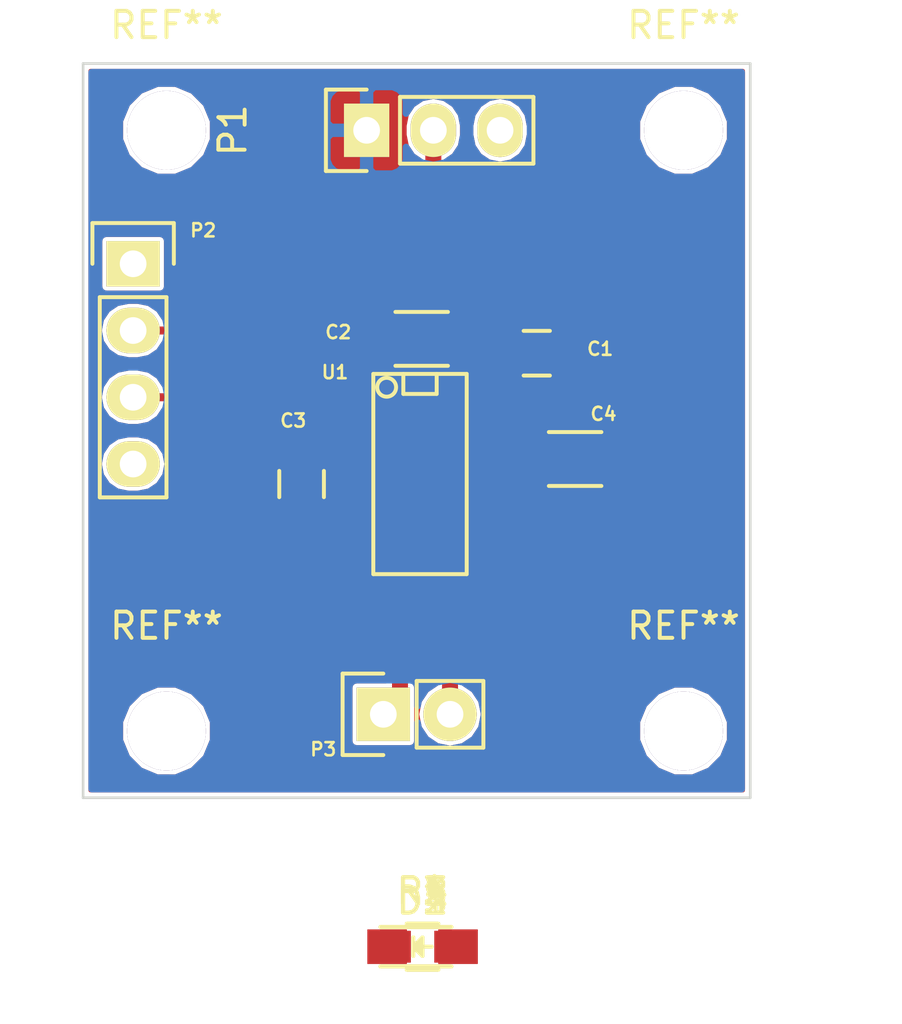
<source format=kicad_pcb>
(kicad_pcb (version 4) (host pcbnew 0.201509151501+6198~30~ubuntu14.04.1-product)

  (general
    (links 42)
    (no_connects 13)
    (area 155.270999 110.884499 173.341501 128.764501)
    (thickness 1.6)
    (drawings 4)
    (tracks 55)
    (zones 0)
    (modules 21)
    (nets 14)
  )

  (page A4)
  (layers
    (0 F.Cu signal)
    (31 B.Cu signal hide)
    (32 B.Adhes user)
    (33 F.Adhes user)
    (34 B.Paste user)
    (35 F.Paste user)
    (36 B.SilkS user)
    (37 F.SilkS user)
    (38 B.Mask user)
    (39 F.Mask user)
    (40 Dwgs.User user)
    (41 Cmts.User user)
    (42 Eco1.User user)
    (43 Eco2.User user)
    (44 Edge.Cuts user)
    (45 Margin user)
    (46 B.CrtYd user)
    (47 F.CrtYd user)
    (48 B.Fab user)
    (49 F.Fab user)
  )

  (setup
    (last_trace_width 0.3048)
    (user_trace_width 0.3048)
    (user_trace_width 0.6096)
    (trace_clearance 0.1524)
    (zone_clearance 0.1524)
    (zone_45_only no)
    (trace_min 0.1524)
    (segment_width 0.2)
    (edge_width 0.1)
    (via_size 0.6858)
    (via_drill 0.3302)
    (via_min_size 0.6858)
    (via_min_drill 0.3302)
    (uvia_size 0.3)
    (uvia_drill 0.1)
    (uvias_allowed no)
    (uvia_min_size 0)
    (uvia_min_drill 0)
    (pcb_text_width 0.3)
    (pcb_text_size 1.5 1.5)
    (mod_edge_width 0.15)
    (mod_text_size 0.5 0.5)
    (mod_text_width 0.1)
    (pad_size 1.5 1.5)
    (pad_drill 0.6)
    (pad_to_mask_clearance 0)
    (aux_axis_origin 0 0)
    (grid_origin 161.544 117.856)
    (visible_elements FFFEFF7F)
    (pcbplotparams
      (layerselection 0x010fc_80000001)
      (usegerberextensions false)
      (excludeedgelayer true)
      (linewidth 0.100000)
      (plotframeref false)
      (viasonmask false)
      (mode 1)
      (useauxorigin false)
      (hpglpennumber 1)
      (hpglpenspeed 20)
      (hpglpendiameter 15)
      (hpglpenoverlay 2)
      (psnegative false)
      (psa4output false)
      (plotreference true)
      (plotvalue false)
      (plotinvisibletext false)
      (padsonsilk false)
      (subtractmaskfromsilk true)
      (outputformat 1)
      (mirror false)
      (drillshape 0)
      (scaleselection 1)
      (outputdirectory Gerbers/))
  )

  (net 0 "")
  (net 1 GND)
  (net 2 /VCC)
  (net 3 /VM)
  (net 4 /PWM)
  (net 5 /IN2)
  (net 6 /IN1)
  (net 7 /STBY)
  (net 8 /O1)
  (net 9 /O2)
  (net 10 "Net-(D1-Pad1)")
  (net 11 "Net-(D2-Pad1)")
  (net 12 "Net-(D3-Pad1)")
  (net 13 "Net-(D4-Pad1)")

  (net_class Default "This is the default net class."
    (clearance 0.1524)
    (trace_width 0.1524)
    (via_dia 0.6858)
    (via_drill 0.3302)
    (uvia_dia 0.3)
    (uvia_drill 0.1)
    (add_net /IN1)
    (add_net /IN2)
    (add_net /O1)
    (add_net /O2)
    (add_net /PWM)
    (add_net /STBY)
    (add_net /VCC)
    (add_net /VM)
    (add_net GND)
    (add_net "Net-(D1-Pad1)")
    (add_net "Net-(D2-Pad1)")
    (add_net "Net-(D3-Pad1)")
    (add_net "Net-(D4-Pad1)")
  )

  (module Capacitors_SMD:C_1206 (layer F.Cu) (tedit 557CFA4E) (tstamp 557CF33C)
    (at 170.1165 120.2055)
    (descr "Capacitor SMD 1206, reflow soldering, AVX (see smccp.pdf)")
    (tags "capacitor 1206")
    (path /557CF9F1)
    (attr smd)
    (fp_text reference C4 (at 1.0795 -1.7145) (layer F.SilkS)
      (effects (font (size 0.5 0.5) (thickness 0.1)))
    )
    (fp_text value 10U (at 0 2.3) (layer F.Fab)
      (effects (font (size 0.5 0.5) (thickness 0.1)))
    )
    (fp_line (start -2.3 -1.15) (end 2.3 -1.15) (layer F.CrtYd) (width 0.05))
    (fp_line (start -2.3 1.15) (end 2.3 1.15) (layer F.CrtYd) (width 0.05))
    (fp_line (start -2.3 -1.15) (end -2.3 1.15) (layer F.CrtYd) (width 0.05))
    (fp_line (start 2.3 -1.15) (end 2.3 1.15) (layer F.CrtYd) (width 0.05))
    (fp_line (start 1 -1.025) (end -1 -1.025) (layer F.SilkS) (width 0.15))
    (fp_line (start -1 1.025) (end 1 1.025) (layer F.SilkS) (width 0.15))
    (pad 1 smd rect (at -1.5 0) (size 1 1.6) (layers F.Cu F.Paste F.Mask)
      (net 3 /VM))
    (pad 2 smd rect (at 1.5 0) (size 1 1.6) (layers F.Cu F.Paste F.Mask)
      (net 1 GND))
    (model Capacitors_SMD.3dshapes/C_1206.wrl
      (at (xyz 0 0 0))
      (scale (xyz 1 1 1))
      (rotate (xyz 0 0 0))
    )
  )

  (module Mounting_Holes:MountingHole_3mm (layer F.Cu) (tedit 0) (tstamp 56118A4A)
    (at 174.244 130.556)
    (descr "Mounting hole, Befestigungsbohrung, 3mm, No Annular, Kein Restring,")
    (tags "Mounting hole, Befestigungsbohrung, 3mm, No Annular, Kein Restring,")
    (fp_text reference REF** (at 0 -4.0005) (layer F.SilkS)
      (effects (font (size 1 1) (thickness 0.15)))
    )
    (fp_text value MountingHole_3mm (at 1.00076 5.00126) (layer F.Fab)
      (effects (font (size 1 1) (thickness 0.15)))
    )
    (fp_circle (center 0 0) (end 3 0) (layer Cmts.User) (width 0.381))
    (pad 1 thru_hole circle (at 0 0) (size 3 3) (drill 3) (layers))
  )

  (module Mounting_Holes:MountingHole_3mm (layer F.Cu) (tedit 0) (tstamp 56118A46)
    (at 154.559 130.556)
    (descr "Mounting hole, Befestigungsbohrung, 3mm, No Annular, Kein Restring,")
    (tags "Mounting hole, Befestigungsbohrung, 3mm, No Annular, Kein Restring,")
    (fp_text reference REF** (at 0 -4.0005) (layer F.SilkS)
      (effects (font (size 1 1) (thickness 0.15)))
    )
    (fp_text value MountingHole_3mm (at 1.00076 5.00126) (layer F.Fab)
      (effects (font (size 1 1) (thickness 0.15)))
    )
    (fp_circle (center 0 0) (end 3 0) (layer Cmts.User) (width 0.381))
    (pad 1 thru_hole circle (at 0 0) (size 3 3) (drill 3) (layers))
  )

  (module Mounting_Holes:MountingHole_3mm (layer F.Cu) (tedit 0) (tstamp 56118A42)
    (at 154.559 107.696)
    (descr "Mounting hole, Befestigungsbohrung, 3mm, No Annular, Kein Restring,")
    (tags "Mounting hole, Befestigungsbohrung, 3mm, No Annular, Kein Restring,")
    (fp_text reference REF** (at 0 -4.0005) (layer F.SilkS)
      (effects (font (size 1 1) (thickness 0.15)))
    )
    (fp_text value MountingHole_3mm (at 1.00076 5.00126) (layer F.Fab)
      (effects (font (size 1 1) (thickness 0.15)))
    )
    (fp_circle (center 0 0) (end 3 0) (layer Cmts.User) (width 0.381))
    (pad 1 thru_hole circle (at 0 0) (size 3 3) (drill 3) (layers))
  )

  (module Capacitors_SMD:C_0805 (layer F.Cu) (tedit 557CFA34) (tstamp 557CF32A)
    (at 168.656 116.1796)
    (descr "Capacitor SMD 0805, reflow soldering, AVX (see smccp.pdf)")
    (tags "capacitor 0805")
    (path /557CF5F2)
    (attr smd)
    (fp_text reference C1 (at 2.413 -0.1651) (layer F.SilkS)
      (effects (font (size 0.5 0.5) (thickness 0.1)))
    )
    (fp_text value .1U (at 0 2.1) (layer F.Fab)
      (effects (font (size 0.5 0.5) (thickness 0.1)))
    )
    (fp_line (start -1.8 -1) (end 1.8 -1) (layer F.CrtYd) (width 0.05))
    (fp_line (start -1.8 1) (end 1.8 1) (layer F.CrtYd) (width 0.05))
    (fp_line (start -1.8 -1) (end -1.8 1) (layer F.CrtYd) (width 0.05))
    (fp_line (start 1.8 -1) (end 1.8 1) (layer F.CrtYd) (width 0.05))
    (fp_line (start 0.5 -0.85) (end -0.5 -0.85) (layer F.SilkS) (width 0.15))
    (fp_line (start -0.5 0.85) (end 0.5 0.85) (layer F.SilkS) (width 0.15))
    (pad 1 smd rect (at -1 0) (size 1 1.25) (layers F.Cu F.Paste F.Mask)
      (net 2 /VCC))
    (pad 2 smd rect (at 1 0) (size 1 1.25) (layers F.Cu F.Paste F.Mask)
      (net 1 GND))
    (model Capacitors_SMD.3dshapes/C_0805.wrl
      (at (xyz 0 0 0))
      (scale (xyz 1 1 1))
      (rotate (xyz 0 0 0))
    )
  )

  (module Capacitors_SMD:C_1206 (layer F.Cu) (tedit 557CFA3F) (tstamp 557CF330)
    (at 164.2745 115.6335 180)
    (descr "Capacitor SMD 1206, reflow soldering, AVX (see smccp.pdf)")
    (tags "capacitor 1206")
    (path /557CF7F5)
    (attr smd)
    (fp_text reference C2 (at 3.175 0.254 180) (layer F.SilkS)
      (effects (font (size 0.5 0.5) (thickness 0.1)))
    )
    (fp_text value 10U (at 0 2.3 180) (layer F.Fab)
      (effects (font (size 0.5 0.5) (thickness 0.1)))
    )
    (fp_line (start -2.3 -1.15) (end 2.3 -1.15) (layer F.CrtYd) (width 0.05))
    (fp_line (start -2.3 1.15) (end 2.3 1.15) (layer F.CrtYd) (width 0.05))
    (fp_line (start -2.3 -1.15) (end -2.3 1.15) (layer F.CrtYd) (width 0.05))
    (fp_line (start 2.3 -1.15) (end 2.3 1.15) (layer F.CrtYd) (width 0.05))
    (fp_line (start 1 -1.025) (end -1 -1.025) (layer F.SilkS) (width 0.15))
    (fp_line (start -1 1.025) (end 1 1.025) (layer F.SilkS) (width 0.15))
    (pad 1 smd rect (at -1.5 0 180) (size 1 1.6) (layers F.Cu F.Paste F.Mask)
      (net 2 /VCC))
    (pad 2 smd rect (at 1.5 0 180) (size 1 1.6) (layers F.Cu F.Paste F.Mask)
      (net 1 GND))
    (model Capacitors_SMD.3dshapes/C_1206.wrl
      (at (xyz 0 0 0))
      (scale (xyz 1 1 1))
      (rotate (xyz 0 0 0))
    )
  )

  (module Capacitors_SMD:C_0805 (layer F.Cu) (tedit 557CFA55) (tstamp 557CF336)
    (at 159.7025 121.158 270)
    (descr "Capacitor SMD 0805, reflow soldering, AVX (see smccp.pdf)")
    (tags "capacitor 0805")
    (path /557CF9E5)
    (attr smd)
    (fp_text reference C3 (at -2.413 0.3175 360) (layer F.SilkS)
      (effects (font (size 0.5 0.5) (thickness 0.1)))
    )
    (fp_text value .1U (at 0 2.1 270) (layer F.Fab)
      (effects (font (size 0.5 0.5) (thickness 0.1)))
    )
    (fp_line (start -1.8 -1) (end 1.8 -1) (layer F.CrtYd) (width 0.05))
    (fp_line (start -1.8 1) (end 1.8 1) (layer F.CrtYd) (width 0.05))
    (fp_line (start -1.8 -1) (end -1.8 1) (layer F.CrtYd) (width 0.05))
    (fp_line (start 1.8 -1) (end 1.8 1) (layer F.CrtYd) (width 0.05))
    (fp_line (start 0.5 -0.85) (end -0.5 -0.85) (layer F.SilkS) (width 0.15))
    (fp_line (start -0.5 0.85) (end 0.5 0.85) (layer F.SilkS) (width 0.15))
    (pad 1 smd rect (at -1 0 270) (size 1 1.25) (layers F.Cu F.Paste F.Mask)
      (net 3 /VM))
    (pad 2 smd rect (at 1 0 270) (size 1 1.25) (layers F.Cu F.Paste F.Mask)
      (net 1 GND))
    (model Capacitors_SMD.3dshapes/C_0805.wrl
      (at (xyz 0 0 0))
      (scale (xyz 1 1 1))
      (rotate (xyz 0 0 0))
    )
  )

  (module Pin_Headers:Pin_Header_Straight_1x04 (layer F.Cu) (tedit 557CF843) (tstamp 557CF34A)
    (at 153.289 112.776)
    (descr "Through hole pin header")
    (tags "pin header")
    (path /557D04DF)
    (fp_text reference P2 (at 2.667 -1.27) (layer F.SilkS)
      (effects (font (size 0.5 0.5) (thickness 0.1)))
    )
    (fp_text value CONN_01X04 (at 0 -3.1) (layer F.Fab)
      (effects (font (size 0.5 0.5) (thickness 0.1)))
    )
    (fp_line (start -1.75 -1.75) (end -1.75 9.4) (layer F.CrtYd) (width 0.05))
    (fp_line (start 1.75 -1.75) (end 1.75 9.4) (layer F.CrtYd) (width 0.05))
    (fp_line (start -1.75 -1.75) (end 1.75 -1.75) (layer F.CrtYd) (width 0.05))
    (fp_line (start -1.75 9.4) (end 1.75 9.4) (layer F.CrtYd) (width 0.05))
    (fp_line (start -1.27 1.27) (end -1.27 8.89) (layer F.SilkS) (width 0.15))
    (fp_line (start 1.27 1.27) (end 1.27 8.89) (layer F.SilkS) (width 0.15))
    (fp_line (start 1.55 -1.55) (end 1.55 0) (layer F.SilkS) (width 0.15))
    (fp_line (start -1.27 8.89) (end 1.27 8.89) (layer F.SilkS) (width 0.15))
    (fp_line (start 1.27 1.27) (end -1.27 1.27) (layer F.SilkS) (width 0.15))
    (fp_line (start -1.55 0) (end -1.55 -1.55) (layer F.SilkS) (width 0.15))
    (fp_line (start -1.55 -1.55) (end 1.55 -1.55) (layer F.SilkS) (width 0.15))
    (pad 1 thru_hole rect (at 0 0) (size 2.032 1.7272) (drill 1.016) (layers *.Cu *.Mask F.SilkS)
      (net 4 /PWM))
    (pad 2 thru_hole oval (at 0 2.54) (size 2.032 1.7272) (drill 1.016) (layers *.Cu *.Mask F.SilkS)
      (net 5 /IN2))
    (pad 3 thru_hole oval (at 0 5.08) (size 2.032 1.7272) (drill 1.016) (layers *.Cu *.Mask F.SilkS)
      (net 6 /IN1))
    (pad 4 thru_hole oval (at 0 7.62) (size 2.032 1.7272) (drill 1.016) (layers *.Cu *.Mask F.SilkS)
      (net 7 /STBY))
    (model Pin_Headers.3dshapes/Pin_Header_Straight_1x04.wrl
      (at (xyz 0 -0.15 0))
      (scale (xyz 1 1 1))
      (rotate (xyz 0 0 90))
    )
  )

  (module Pin_Headers:Pin_Header_Straight_1x02 (layer F.Cu) (tedit 557CFA46) (tstamp 557CF350)
    (at 162.814 129.921 90)
    (descr "Through hole pin header")
    (tags "pin header")
    (path /557D0166)
    (fp_text reference P3 (at -1.3335 -2.286 180) (layer F.SilkS)
      (effects (font (size 0.5 0.5) (thickness 0.1)))
    )
    (fp_text value CONN_01X02 (at 0 -3.1 90) (layer F.Fab)
      (effects (font (size 0.5 0.5) (thickness 0.1)))
    )
    (fp_line (start 1.27 1.27) (end 1.27 3.81) (layer F.SilkS) (width 0.15))
    (fp_line (start 1.55 -1.55) (end 1.55 0) (layer F.SilkS) (width 0.15))
    (fp_line (start -1.75 -1.75) (end -1.75 4.3) (layer F.CrtYd) (width 0.05))
    (fp_line (start 1.75 -1.75) (end 1.75 4.3) (layer F.CrtYd) (width 0.05))
    (fp_line (start -1.75 -1.75) (end 1.75 -1.75) (layer F.CrtYd) (width 0.05))
    (fp_line (start -1.75 4.3) (end 1.75 4.3) (layer F.CrtYd) (width 0.05))
    (fp_line (start 1.27 1.27) (end -1.27 1.27) (layer F.SilkS) (width 0.15))
    (fp_line (start -1.55 0) (end -1.55 -1.55) (layer F.SilkS) (width 0.15))
    (fp_line (start -1.55 -1.55) (end 1.55 -1.55) (layer F.SilkS) (width 0.15))
    (fp_line (start -1.27 1.27) (end -1.27 3.81) (layer F.SilkS) (width 0.15))
    (fp_line (start -1.27 3.81) (end 1.27 3.81) (layer F.SilkS) (width 0.15))
    (pad 1 thru_hole rect (at 0 0 90) (size 2.032 2.032) (drill 1.016) (layers *.Cu *.Mask F.SilkS)
      (net 8 /O1))
    (pad 2 thru_hole oval (at 0 2.54 90) (size 2.032 2.032) (drill 1.016) (layers *.Cu *.Mask F.SilkS)
      (net 9 /O2))
    (model Pin_Headers.3dshapes/Pin_Header_Straight_1x02.wrl
      (at (xyz 0 -0.05 0))
      (scale (xyz 1 1 1))
      (rotate (xyz 0 0 90))
    )
  )

  (module SMD_Packages:SSOP-20 (layer F.Cu) (tedit 557CFA3B) (tstamp 557CF368)
    (at 164.211 120.777 270)
    (descr "SSOP 20 pins")
    (tags "CMS SSOP SMD")
    (path /557CF556)
    (attr smd)
    (fp_text reference U1 (at -3.8735 3.2385 360) (layer F.SilkS)
      (effects (font (size 0.5 0.5) (thickness 0.1)))
    )
    (fp_text value TB6593FNG (at 0 0.635 270) (layer F.Fab)
      (effects (font (size 0.5 0.5) (thickness 0.1)))
    )
    (fp_line (start 3.81 -1.778) (end -3.81 -1.778) (layer F.SilkS) (width 0.15))
    (fp_line (start -3.81 1.778) (end 3.81 1.778) (layer F.SilkS) (width 0.15))
    (fp_line (start 3.81 -1.778) (end 3.81 1.778) (layer F.SilkS) (width 0.15))
    (fp_line (start -3.81 1.778) (end -3.81 -1.778) (layer F.SilkS) (width 0.15))
    (fp_circle (center -3.302 1.27) (end -3.556 1.016) (layer F.SilkS) (width 0.15))
    (fp_line (start -3.81 -0.635) (end -3.048 -0.635) (layer F.SilkS) (width 0.15))
    (fp_line (start -3.048 -0.635) (end -3.048 0.635) (layer F.SilkS) (width 0.15))
    (fp_line (start -3.048 0.635) (end -3.81 0.635) (layer F.SilkS) (width 0.15))
    (pad 1 smd rect (at -2.921 2.667 270) (size 0.4064 1.27) (layers F.Cu F.Paste F.Mask)
      (net 1 GND))
    (pad 2 smd rect (at -2.286 2.667 270) (size 0.4064 1.27) (layers F.Cu F.Paste F.Mask)
      (net 4 /PWM))
    (pad 3 smd rect (at -1.6256 2.667 270) (size 0.4064 1.27) (layers F.Cu F.Paste F.Mask)
      (net 7 /STBY))
    (pad 4 smd rect (at -0.9652 2.667 270) (size 0.4064 1.27) (layers F.Cu F.Paste F.Mask)
      (net 3 /VM))
    (pad 5 smd rect (at -0.3302 2.667 270) (size 0.4064 1.27) (layers F.Cu F.Paste F.Mask)
      (net 3 /VM))
    (pad 6 smd rect (at 0.3302 2.667 270) (size 0.4064 1.27) (layers F.Cu F.Paste F.Mask)
      (net 8 /O1))
    (pad 7 smd rect (at 0.9906 2.667 270) (size 0.4064 1.27) (layers F.Cu F.Paste F.Mask)
      (net 8 /O1))
    (pad 8 smd rect (at 1.6256 2.667 270) (size 0.4064 1.27) (layers F.Cu F.Paste F.Mask)
      (net 1 GND))
    (pad 9 smd rect (at 2.286 2.667 270) (size 0.4064 1.27) (layers F.Cu F.Paste F.Mask)
      (net 1 GND))
    (pad 10 smd rect (at 2.921 2.667 270) (size 0.4064 1.27) (layers F.Cu F.Paste F.Mask)
      (net 1 GND))
    (pad 11 smd rect (at 2.921 -2.667 270) (size 0.4064 1.27) (layers F.Cu F.Paste F.Mask)
      (net 1 GND))
    (pad 12 smd rect (at 2.286 -2.667 270) (size 0.4064 1.27) (layers F.Cu F.Paste F.Mask)
      (net 1 GND))
    (pad 13 smd rect (at 1.6256 -2.667 270) (size 0.4064 1.27) (layers F.Cu F.Paste F.Mask)
      (net 1 GND))
    (pad 14 smd rect (at 0.9906 -2.667 270) (size 0.4064 1.27) (layers F.Cu F.Paste F.Mask)
      (net 9 /O2))
    (pad 15 smd rect (at 0.3302 -2.667 270) (size 0.4064 1.27) (layers F.Cu F.Paste F.Mask)
      (net 9 /O2))
    (pad 16 smd rect (at -0.3302 -2.667 270) (size 0.4064 1.27) (layers F.Cu F.Paste F.Mask)
      (net 3 /VM))
    (pad 17 smd rect (at -0.9652 -2.667 270) (size 0.4064 1.27) (layers F.Cu F.Paste F.Mask)
      (net 3 /VM))
    (pad 18 smd rect (at -1.6256 -2.667 270) (size 0.4064 1.27) (layers F.Cu F.Paste F.Mask)
      (net 6 /IN1))
    (pad 19 smd rect (at -2.286 -2.667 270) (size 0.4064 1.27) (layers F.Cu F.Paste F.Mask)
      (net 5 /IN2))
    (pad 20 smd rect (at -2.921 -2.667 270) (size 0.4064 1.27) (layers F.Cu F.Paste F.Mask)
      (net 2 /VCC))
    (model SMD_Packages.3dshapes/SSOP-20.wrl
      (at (xyz 0 0 0))
      (scale (xyz 0.255 0.33 0.3))
      (rotate (xyz 0 0 0))
    )
  )

  (module LEDs:LED-0805 (layer F.Cu) (tedit 55BDE1C2) (tstamp 561189CC)
    (at 164.30625 138.764501)
    (descr "LED 0805 smd package")
    (tags "LED 0805 SMD")
    (path /56119242)
    (attr smd)
    (fp_text reference D1 (at 0 -1.75) (layer F.SilkS)
      (effects (font (size 1 1) (thickness 0.15)))
    )
    (fp_text value LED (at 0 1.75) (layer F.Fab)
      (effects (font (size 1 1) (thickness 0.15)))
    )
    (fp_line (start -1.6 0.75) (end 1.1 0.75) (layer F.SilkS) (width 0.15))
    (fp_line (start -1.6 -0.75) (end 1.1 -0.75) (layer F.SilkS) (width 0.15))
    (fp_line (start -0.1 0.15) (end -0.1 -0.1) (layer F.SilkS) (width 0.15))
    (fp_line (start -0.1 -0.1) (end -0.25 0.05) (layer F.SilkS) (width 0.15))
    (fp_line (start -0.35 -0.35) (end -0.35 0.35) (layer F.SilkS) (width 0.15))
    (fp_line (start 0 0) (end 0.35 0) (layer F.SilkS) (width 0.15))
    (fp_line (start -0.35 0) (end 0 -0.35) (layer F.SilkS) (width 0.15))
    (fp_line (start 0 -0.35) (end 0 0.35) (layer F.SilkS) (width 0.15))
    (fp_line (start 0 0.35) (end -0.35 0) (layer F.SilkS) (width 0.15))
    (fp_line (start 1.9 -0.95) (end 1.9 0.95) (layer F.CrtYd) (width 0.05))
    (fp_line (start 1.9 0.95) (end -1.9 0.95) (layer F.CrtYd) (width 0.05))
    (fp_line (start -1.9 0.95) (end -1.9 -0.95) (layer F.CrtYd) (width 0.05))
    (fp_line (start -1.9 -0.95) (end 1.9 -0.95) (layer F.CrtYd) (width 0.05))
    (pad 2 smd rect (at 1.04902 0 180) (size 1.19888 1.19888) (layers F.Cu F.Paste F.Mask)
      (net 3 /VM))
    (pad 1 smd rect (at -1.04902 0 180) (size 1.19888 1.19888) (layers F.Cu F.Paste F.Mask)
      (net 10 "Net-(D1-Pad1)"))
    (model LEDs.3dshapes/LED-0805.wrl
      (at (xyz 0 0 0))
      (scale (xyz 1 1 1))
      (rotate (xyz 0 0 0))
    )
  )

  (module LEDs:LED-0805 (layer F.Cu) (tedit 55BDE1C2) (tstamp 561189D2)
    (at 164.30625 138.764501)
    (descr "LED 0805 smd package")
    (tags "LED 0805 SMD")
    (path /56119293)
    (attr smd)
    (fp_text reference D2 (at 0 -1.75) (layer F.SilkS)
      (effects (font (size 1 1) (thickness 0.15)))
    )
    (fp_text value LED (at 0 1.75) (layer F.Fab)
      (effects (font (size 1 1) (thickness 0.15)))
    )
    (fp_line (start -1.6 0.75) (end 1.1 0.75) (layer F.SilkS) (width 0.15))
    (fp_line (start -1.6 -0.75) (end 1.1 -0.75) (layer F.SilkS) (width 0.15))
    (fp_line (start -0.1 0.15) (end -0.1 -0.1) (layer F.SilkS) (width 0.15))
    (fp_line (start -0.1 -0.1) (end -0.25 0.05) (layer F.SilkS) (width 0.15))
    (fp_line (start -0.35 -0.35) (end -0.35 0.35) (layer F.SilkS) (width 0.15))
    (fp_line (start 0 0) (end 0.35 0) (layer F.SilkS) (width 0.15))
    (fp_line (start -0.35 0) (end 0 -0.35) (layer F.SilkS) (width 0.15))
    (fp_line (start 0 -0.35) (end 0 0.35) (layer F.SilkS) (width 0.15))
    (fp_line (start 0 0.35) (end -0.35 0) (layer F.SilkS) (width 0.15))
    (fp_line (start 1.9 -0.95) (end 1.9 0.95) (layer F.CrtYd) (width 0.05))
    (fp_line (start 1.9 0.95) (end -1.9 0.95) (layer F.CrtYd) (width 0.05))
    (fp_line (start -1.9 0.95) (end -1.9 -0.95) (layer F.CrtYd) (width 0.05))
    (fp_line (start -1.9 -0.95) (end 1.9 -0.95) (layer F.CrtYd) (width 0.05))
    (pad 2 smd rect (at 1.04902 0 180) (size 1.19888 1.19888) (layers F.Cu F.Paste F.Mask)
      (net 3 /VM))
    (pad 1 smd rect (at -1.04902 0 180) (size 1.19888 1.19888) (layers F.Cu F.Paste F.Mask)
      (net 11 "Net-(D2-Pad1)"))
    (model LEDs.3dshapes/LED-0805.wrl
      (at (xyz 0 0 0))
      (scale (xyz 1 1 1))
      (rotate (xyz 0 0 0))
    )
  )

  (module LEDs:LED-0805 (layer F.Cu) (tedit 55BDE1C2) (tstamp 561189D8)
    (at 164.30625 138.764501)
    (descr "LED 0805 smd package")
    (tags "LED 0805 SMD")
    (path /56119A84)
    (attr smd)
    (fp_text reference D3 (at 0 -1.75) (layer F.SilkS)
      (effects (font (size 1 1) (thickness 0.15)))
    )
    (fp_text value LED (at 0 1.75) (layer F.Fab)
      (effects (font (size 1 1) (thickness 0.15)))
    )
    (fp_line (start -1.6 0.75) (end 1.1 0.75) (layer F.SilkS) (width 0.15))
    (fp_line (start -1.6 -0.75) (end 1.1 -0.75) (layer F.SilkS) (width 0.15))
    (fp_line (start -0.1 0.15) (end -0.1 -0.1) (layer F.SilkS) (width 0.15))
    (fp_line (start -0.1 -0.1) (end -0.25 0.05) (layer F.SilkS) (width 0.15))
    (fp_line (start -0.35 -0.35) (end -0.35 0.35) (layer F.SilkS) (width 0.15))
    (fp_line (start 0 0) (end 0.35 0) (layer F.SilkS) (width 0.15))
    (fp_line (start -0.35 0) (end 0 -0.35) (layer F.SilkS) (width 0.15))
    (fp_line (start 0 -0.35) (end 0 0.35) (layer F.SilkS) (width 0.15))
    (fp_line (start 0 0.35) (end -0.35 0) (layer F.SilkS) (width 0.15))
    (fp_line (start 1.9 -0.95) (end 1.9 0.95) (layer F.CrtYd) (width 0.05))
    (fp_line (start 1.9 0.95) (end -1.9 0.95) (layer F.CrtYd) (width 0.05))
    (fp_line (start -1.9 0.95) (end -1.9 -0.95) (layer F.CrtYd) (width 0.05))
    (fp_line (start -1.9 -0.95) (end 1.9 -0.95) (layer F.CrtYd) (width 0.05))
    (pad 2 smd rect (at 1.04902 0 180) (size 1.19888 1.19888) (layers F.Cu F.Paste F.Mask)
      (net 6 /IN1))
    (pad 1 smd rect (at -1.04902 0 180) (size 1.19888 1.19888) (layers F.Cu F.Paste F.Mask)
      (net 12 "Net-(D3-Pad1)"))
    (model LEDs.3dshapes/LED-0805.wrl
      (at (xyz 0 0 0))
      (scale (xyz 1 1 1))
      (rotate (xyz 0 0 0))
    )
  )

  (module LEDs:LED-0805 (layer F.Cu) (tedit 55BDE1C2) (tstamp 561189DE)
    (at 164.30625 138.764501)
    (descr "LED 0805 smd package")
    (tags "LED 0805 SMD")
    (path /56119AF3)
    (attr smd)
    (fp_text reference D4 (at 0 -1.75) (layer F.SilkS)
      (effects (font (size 1 1) (thickness 0.15)))
    )
    (fp_text value LED (at 0 1.75) (layer F.Fab)
      (effects (font (size 1 1) (thickness 0.15)))
    )
    (fp_line (start -1.6 0.75) (end 1.1 0.75) (layer F.SilkS) (width 0.15))
    (fp_line (start -1.6 -0.75) (end 1.1 -0.75) (layer F.SilkS) (width 0.15))
    (fp_line (start -0.1 0.15) (end -0.1 -0.1) (layer F.SilkS) (width 0.15))
    (fp_line (start -0.1 -0.1) (end -0.25 0.05) (layer F.SilkS) (width 0.15))
    (fp_line (start -0.35 -0.35) (end -0.35 0.35) (layer F.SilkS) (width 0.15))
    (fp_line (start 0 0) (end 0.35 0) (layer F.SilkS) (width 0.15))
    (fp_line (start -0.35 0) (end 0 -0.35) (layer F.SilkS) (width 0.15))
    (fp_line (start 0 -0.35) (end 0 0.35) (layer F.SilkS) (width 0.15))
    (fp_line (start 0 0.35) (end -0.35 0) (layer F.SilkS) (width 0.15))
    (fp_line (start 1.9 -0.95) (end 1.9 0.95) (layer F.CrtYd) (width 0.05))
    (fp_line (start 1.9 0.95) (end -1.9 0.95) (layer F.CrtYd) (width 0.05))
    (fp_line (start -1.9 0.95) (end -1.9 -0.95) (layer F.CrtYd) (width 0.05))
    (fp_line (start -1.9 -0.95) (end 1.9 -0.95) (layer F.CrtYd) (width 0.05))
    (pad 2 smd rect (at 1.04902 0 180) (size 1.19888 1.19888) (layers F.Cu F.Paste F.Mask)
      (net 5 /IN2))
    (pad 1 smd rect (at -1.04902 0 180) (size 1.19888 1.19888) (layers F.Cu F.Paste F.Mask)
      (net 13 "Net-(D4-Pad1)"))
    (model LEDs.3dshapes/LED-0805.wrl
      (at (xyz 0 0 0))
      (scale (xyz 1 1 1))
      (rotate (xyz 0 0 0))
    )
  )

  (module Resistors_SMD:R_0805_HandSoldering (layer F.Cu) (tedit 54189DEE) (tstamp 561189E4)
    (at 164.30625 138.764501)
    (descr "Resistor SMD 0805, hand soldering")
    (tags "resistor 0805")
    (path /5611956C)
    (attr smd)
    (fp_text reference R1 (at 0 -2.1) (layer F.SilkS)
      (effects (font (size 1 1) (thickness 0.15)))
    )
    (fp_text value 1K (at 0 2.1) (layer F.Fab)
      (effects (font (size 1 1) (thickness 0.15)))
    )
    (fp_line (start -2.4 -1) (end 2.4 -1) (layer F.CrtYd) (width 0.05))
    (fp_line (start -2.4 1) (end 2.4 1) (layer F.CrtYd) (width 0.05))
    (fp_line (start -2.4 -1) (end -2.4 1) (layer F.CrtYd) (width 0.05))
    (fp_line (start 2.4 -1) (end 2.4 1) (layer F.CrtYd) (width 0.05))
    (fp_line (start 0.6 0.875) (end -0.6 0.875) (layer F.SilkS) (width 0.15))
    (fp_line (start -0.6 -0.875) (end 0.6 -0.875) (layer F.SilkS) (width 0.15))
    (pad 1 smd rect (at -1.35 0) (size 1.5 1.3) (layers F.Cu F.Paste F.Mask)
      (net 1 GND))
    (pad 2 smd rect (at 1.35 0) (size 1.5 1.3) (layers F.Cu F.Paste F.Mask)
      (net 10 "Net-(D1-Pad1)"))
    (model Resistors_SMD.3dshapes/R_0805_HandSoldering.wrl
      (at (xyz 0 0 0))
      (scale (xyz 1 1 1))
      (rotate (xyz 0 0 0))
    )
  )

  (module Resistors_SMD:R_0805_HandSoldering (layer F.Cu) (tedit 54189DEE) (tstamp 561189EA)
    (at 164.30625 138.764501)
    (descr "Resistor SMD 0805, hand soldering")
    (tags "resistor 0805")
    (path /56119778)
    (attr smd)
    (fp_text reference R2 (at 0 -2.1) (layer F.SilkS)
      (effects (font (size 1 1) (thickness 0.15)))
    )
    (fp_text value 1K (at 0 2.1) (layer F.Fab)
      (effects (font (size 1 1) (thickness 0.15)))
    )
    (fp_line (start -2.4 -1) (end 2.4 -1) (layer F.CrtYd) (width 0.05))
    (fp_line (start -2.4 1) (end 2.4 1) (layer F.CrtYd) (width 0.05))
    (fp_line (start -2.4 -1) (end -2.4 1) (layer F.CrtYd) (width 0.05))
    (fp_line (start 2.4 -1) (end 2.4 1) (layer F.CrtYd) (width 0.05))
    (fp_line (start 0.6 0.875) (end -0.6 0.875) (layer F.SilkS) (width 0.15))
    (fp_line (start -0.6 -0.875) (end 0.6 -0.875) (layer F.SilkS) (width 0.15))
    (pad 1 smd rect (at -1.35 0) (size 1.5 1.3) (layers F.Cu F.Paste F.Mask)
      (net 1 GND))
    (pad 2 smd rect (at 1.35 0) (size 1.5 1.3) (layers F.Cu F.Paste F.Mask)
      (net 11 "Net-(D2-Pad1)"))
    (model Resistors_SMD.3dshapes/R_0805_HandSoldering.wrl
      (at (xyz 0 0 0))
      (scale (xyz 1 1 1))
      (rotate (xyz 0 0 0))
    )
  )

  (module Resistors_SMD:R_0805_HandSoldering (layer F.Cu) (tedit 54189DEE) (tstamp 561189F0)
    (at 164.30625 138.764501)
    (descr "Resistor SMD 0805, hand soldering")
    (tags "resistor 0805")
    (path /56119A8B)
    (attr smd)
    (fp_text reference R3 (at 0 -2.1) (layer F.SilkS)
      (effects (font (size 1 1) (thickness 0.15)))
    )
    (fp_text value 1K (at 0 2.1) (layer F.Fab)
      (effects (font (size 1 1) (thickness 0.15)))
    )
    (fp_line (start -2.4 -1) (end 2.4 -1) (layer F.CrtYd) (width 0.05))
    (fp_line (start -2.4 1) (end 2.4 1) (layer F.CrtYd) (width 0.05))
    (fp_line (start -2.4 -1) (end -2.4 1) (layer F.CrtYd) (width 0.05))
    (fp_line (start 2.4 -1) (end 2.4 1) (layer F.CrtYd) (width 0.05))
    (fp_line (start 0.6 0.875) (end -0.6 0.875) (layer F.SilkS) (width 0.15))
    (fp_line (start -0.6 -0.875) (end 0.6 -0.875) (layer F.SilkS) (width 0.15))
    (pad 1 smd rect (at -1.35 0) (size 1.5 1.3) (layers F.Cu F.Paste F.Mask)
      (net 1 GND))
    (pad 2 smd rect (at 1.35 0) (size 1.5 1.3) (layers F.Cu F.Paste F.Mask)
      (net 12 "Net-(D3-Pad1)"))
    (model Resistors_SMD.3dshapes/R_0805_HandSoldering.wrl
      (at (xyz 0 0 0))
      (scale (xyz 1 1 1))
      (rotate (xyz 0 0 0))
    )
  )

  (module Resistors_SMD:R_0805_HandSoldering (layer F.Cu) (tedit 54189DEE) (tstamp 561189F6)
    (at 164.30625 138.764501)
    (descr "Resistor SMD 0805, hand soldering")
    (tags "resistor 0805")
    (path /56119AFA)
    (attr smd)
    (fp_text reference R4 (at 0 -2.1) (layer F.SilkS)
      (effects (font (size 1 1) (thickness 0.15)))
    )
    (fp_text value 1K (at 0 2.1) (layer F.Fab)
      (effects (font (size 1 1) (thickness 0.15)))
    )
    (fp_line (start -2.4 -1) (end 2.4 -1) (layer F.CrtYd) (width 0.05))
    (fp_line (start -2.4 1) (end 2.4 1) (layer F.CrtYd) (width 0.05))
    (fp_line (start -2.4 -1) (end -2.4 1) (layer F.CrtYd) (width 0.05))
    (fp_line (start 2.4 -1) (end 2.4 1) (layer F.CrtYd) (width 0.05))
    (fp_line (start 0.6 0.875) (end -0.6 0.875) (layer F.SilkS) (width 0.15))
    (fp_line (start -0.6 -0.875) (end 0.6 -0.875) (layer F.SilkS) (width 0.15))
    (pad 1 smd rect (at -1.35 0) (size 1.5 1.3) (layers F.Cu F.Paste F.Mask)
      (net 1 GND))
    (pad 2 smd rect (at 1.35 0) (size 1.5 1.3) (layers F.Cu F.Paste F.Mask)
      (net 13 "Net-(D4-Pad1)"))
    (model Resistors_SMD.3dshapes/R_0805_HandSoldering.wrl
      (at (xyz 0 0 0))
      (scale (xyz 1 1 1))
      (rotate (xyz 0 0 0))
    )
  )

  (module Resistors_SMD:R_0805_HandSoldering (layer F.Cu) (tedit 54189DEE) (tstamp 561189FC)
    (at 164.30625 138.764501)
    (descr "Resistor SMD 0805, hand soldering")
    (tags "resistor 0805")
    (path /56118B07)
    (attr smd)
    (fp_text reference R5 (at 0 -2.1) (layer F.SilkS)
      (effects (font (size 1 1) (thickness 0.15)))
    )
    (fp_text value 0 (at 0 2.1) (layer F.Fab)
      (effects (font (size 1 1) (thickness 0.15)))
    )
    (fp_line (start -2.4 -1) (end 2.4 -1) (layer F.CrtYd) (width 0.05))
    (fp_line (start -2.4 1) (end 2.4 1) (layer F.CrtYd) (width 0.05))
    (fp_line (start -2.4 -1) (end -2.4 1) (layer F.CrtYd) (width 0.05))
    (fp_line (start 2.4 -1) (end 2.4 1) (layer F.CrtYd) (width 0.05))
    (fp_line (start 0.6 0.875) (end -0.6 0.875) (layer F.SilkS) (width 0.15))
    (fp_line (start -0.6 -0.875) (end 0.6 -0.875) (layer F.SilkS) (width 0.15))
    (pad 1 smd rect (at -1.35 0) (size 1.5 1.3) (layers F.Cu F.Paste F.Mask)
      (net 3 /VM))
    (pad 2 smd rect (at 1.35 0) (size 1.5 1.3) (layers F.Cu F.Paste F.Mask)
      (net 2 /VCC))
    (model Resistors_SMD.3dshapes/R_0805_HandSoldering.wrl
      (at (xyz 0 0 0))
      (scale (xyz 1 1 1))
      (rotate (xyz 0 0 0))
    )
  )

  (module Pin_Headers:Pin_Header_Straight_1x03 (layer F.Cu) (tedit 0) (tstamp 56118A3B)
    (at 162.179 107.696 90)
    (descr "Through hole pin header")
    (tags "pin header")
    (path /56118A1D)
    (fp_text reference P1 (at 0 -5.1 90) (layer F.SilkS)
      (effects (font (size 1 1) (thickness 0.15)))
    )
    (fp_text value CONN_01X03 (at 0 -3.1 90) (layer F.Fab)
      (effects (font (size 1 1) (thickness 0.15)))
    )
    (fp_line (start -1.75 -1.75) (end -1.75 6.85) (layer F.CrtYd) (width 0.05))
    (fp_line (start 1.75 -1.75) (end 1.75 6.85) (layer F.CrtYd) (width 0.05))
    (fp_line (start -1.75 -1.75) (end 1.75 -1.75) (layer F.CrtYd) (width 0.05))
    (fp_line (start -1.75 6.85) (end 1.75 6.85) (layer F.CrtYd) (width 0.05))
    (fp_line (start -1.27 1.27) (end -1.27 6.35) (layer F.SilkS) (width 0.15))
    (fp_line (start -1.27 6.35) (end 1.27 6.35) (layer F.SilkS) (width 0.15))
    (fp_line (start 1.27 6.35) (end 1.27 1.27) (layer F.SilkS) (width 0.15))
    (fp_line (start 1.55 -1.55) (end 1.55 0) (layer F.SilkS) (width 0.15))
    (fp_line (start 1.27 1.27) (end -1.27 1.27) (layer F.SilkS) (width 0.15))
    (fp_line (start -1.55 0) (end -1.55 -1.55) (layer F.SilkS) (width 0.15))
    (fp_line (start -1.55 -1.55) (end 1.55 -1.55) (layer F.SilkS) (width 0.15))
    (pad 1 thru_hole rect (at 0 0 90) (size 2.032 1.7272) (drill 1.016) (layers *.Cu *.Mask F.SilkS)
      (net 1 GND))
    (pad 2 thru_hole oval (at 0 2.54 90) (size 2.032 1.7272) (drill 1.016) (layers *.Cu *.Mask F.SilkS)
      (net 2 /VCC))
    (pad 3 thru_hole oval (at 0 5.08 90) (size 2.032 1.7272) (drill 1.016) (layers *.Cu *.Mask F.SilkS)
      (net 3 /VM))
    (model Pin_Headers.3dshapes/Pin_Header_Straight_1x03.wrl
      (at (xyz 0 -0.1 0))
      (scale (xyz 1 1 1))
      (rotate (xyz 0 0 90))
    )
  )

  (module Mounting_Holes:MountingHole_3mm (layer F.Cu) (tedit 0) (tstamp 56118A40)
    (at 174.244 107.696)
    (descr "Mounting hole, Befestigungsbohrung, 3mm, No Annular, Kein Restring,")
    (tags "Mounting hole, Befestigungsbohrung, 3mm, No Annular, Kein Restring,")
    (fp_text reference REF** (at 0 -4.0005) (layer F.SilkS)
      (effects (font (size 1 1) (thickness 0.15)))
    )
    (fp_text value MountingHole_3mm (at 1.00076 5.00126) (layer F.Fab)
      (effects (font (size 1 1) (thickness 0.15)))
    )
    (fp_circle (center 0 0) (end 3 0) (layer Cmts.User) (width 0.381))
    (pad 1 thru_hole circle (at 0 0) (size 3 3) (drill 3) (layers))
  )

  (gr_line (start 151.384 133.096) (end 176.784 133.096) (layer Edge.Cuts) (width 0.1))
  (gr_line (start 151.384 105.156) (end 151.384 133.096) (layer Edge.Cuts) (width 0.1))
  (gr_line (start 176.784 105.156) (end 151.384 105.156) (layer Edge.Cuts) (width 0.1))
  (gr_line (start 176.784 133.096) (end 176.784 105.156) (layer Edge.Cuts) (width 0.1))

  (segment (start 166.878 117.856) (end 167.894 117.856) (width 0.3048) (layer F.Cu) (net 2))
  (segment (start 168.3004 116.1796) (end 167.656 116.1796) (width 0.3048) (layer F.Cu) (net 2) (tstamp 56118BC5))
  (segment (start 168.529 115.951) (end 168.3004 116.1796) (width 0.3048) (layer F.Cu) (net 2) (tstamp 56118BC4))
  (segment (start 168.529 117.221) (end 168.529 115.951) (width 0.3048) (layer F.Cu) (net 2) (tstamp 56118BC3))
  (segment (start 167.894 117.856) (end 168.529 117.221) (width 0.3048) (layer F.Cu) (net 2) (tstamp 56118BC2))
  (segment (start 166.878 117.856) (end 166.878 116.1796) (width 0.3048) (layer F.Cu) (net 2))
  (segment (start 166.624 115.951) (end 166.624 116.1796) (width 0.3048) (layer F.Cu) (net 2) (tstamp 56118BBF))
  (segment (start 166.6494 115.951) (end 166.624 115.951) (width 0.3048) (layer F.Cu) (net 2) (tstamp 56118BBE))
  (segment (start 166.878 116.1796) (end 166.6494 115.951) (width 0.3048) (layer F.Cu) (net 2) (tstamp 56118BBD))
  (segment (start 166.878 117.856) (end 165.989 117.856) (width 0.3048) (layer F.Cu) (net 2))
  (segment (start 165.7745 117.6415) (end 165.7745 115.6335) (width 0.3048) (layer F.Cu) (net 2) (tstamp 56118BBA))
  (segment (start 165.989 117.856) (end 165.7745 117.6415) (width 0.3048) (layer F.Cu) (net 2) (tstamp 56118BB7))
  (segment (start 167.656 116.1796) (end 166.624 116.1796) (width 0.6096) (layer F.Cu) (net 2))
  (segment (start 166.624 116.1796) (end 166.3206 116.1796) (width 0.6096) (layer F.Cu) (net 2) (tstamp 56118BC0))
  (segment (start 166.3206 116.1796) (end 165.7745 115.6335) (width 0.6096) (layer F.Cu) (net 2) (tstamp 56118B58))
  (segment (start 164.719 107.696) (end 164.719 112.141) (width 0.6096) (layer F.Cu) (net 2))
  (segment (start 165.7745 113.1965) (end 165.7745 115.6335) (width 0.6096) (layer F.Cu) (net 2) (tstamp 56118B55))
  (segment (start 164.719 112.141) (end 165.7745 113.1965) (width 0.6096) (layer F.Cu) (net 2) (tstamp 56118B54))
  (segment (start 161.544 120.4468) (end 159.9913 120.4468) (width 0.3048) (layer F.Cu) (net 3))
  (segment (start 159.9913 120.4468) (end 159.7025 120.158) (width 0.3048) (layer F.Cu) (net 3) (tstamp 56118C0C))
  (segment (start 161.544 119.8118) (end 160.0487 119.8118) (width 0.3048) (layer F.Cu) (net 3))
  (segment (start 160.0487 119.8118) (end 159.7025 120.158) (width 0.3048) (layer F.Cu) (net 3) (tstamp 56118C09))
  (segment (start 166.878 119.8118) (end 161.544 119.8118) (width 0.3048) (layer F.Cu) (net 3))
  (segment (start 166.878 120.4468) (end 161.544 120.4468) (width 0.3048) (layer F.Cu) (net 3))
  (segment (start 166.878 119.8118) (end 168.2228 119.8118) (width 0.3048) (layer F.Cu) (net 3))
  (segment (start 168.2228 119.8118) (end 168.6165 120.2055) (width 0.3048) (layer F.Cu) (net 3) (tstamp 56118BFC))
  (segment (start 168.6165 120.2055) (end 168.0845 120.2055) (width 0.3048) (layer F.Cu) (net 3))
  (segment (start 167.8432 120.4468) (end 166.878 120.4468) (width 0.3048) (layer F.Cu) (net 3) (tstamp 56118BF8))
  (segment (start 168.0845 120.2055) (end 167.8432 120.4468) (width 0.3048) (layer F.Cu) (net 3) (tstamp 56118BF7))
  (segment (start 153.289 115.316) (end 155.829 115.316) (width 0.3048) (layer F.Cu) (net 5) (status 400000))
  (segment (start 165.354 118.491) (end 166.878 118.491) (width 0.3048) (layer F.Cu) (net 5) (tstamp 56118C9D) (status 800000))
  (segment (start 164.719 117.856) (end 165.354 118.491) (width 0.3048) (layer F.Cu) (net 5) (tstamp 56118C9C))
  (segment (start 164.719 114.046) (end 164.719 117.856) (width 0.3048) (layer F.Cu) (net 5) (tstamp 56118C99))
  (segment (start 164.084 113.411) (end 164.719 114.046) (width 0.3048) (layer F.Cu) (net 5) (tstamp 56118C97))
  (segment (start 157.734 113.411) (end 164.084 113.411) (width 0.3048) (layer F.Cu) (net 5) (tstamp 56118C94))
  (segment (start 155.829 115.316) (end 157.734 113.411) (width 0.3048) (layer F.Cu) (net 5) (tstamp 56118C91))
  (segment (start 153.289 117.856) (end 154.559 117.856) (width 0.3048) (layer F.Cu) (net 6) (status 400000))
  (segment (start 164.7444 119.1514) (end 166.878 119.1514) (width 0.3048) (layer F.Cu) (net 6) (tstamp 56118C8D) (status 800000))
  (segment (start 164.084 118.491) (end 164.7444 119.1514) (width 0.3048) (layer F.Cu) (net 6) (tstamp 56118C8C))
  (segment (start 164.084 114.681) (end 164.084 118.491) (width 0.3048) (layer F.Cu) (net 6) (tstamp 56118C8B))
  (segment (start 163.449 114.046) (end 164.084 114.681) (width 0.3048) (layer F.Cu) (net 6) (tstamp 56118C8A))
  (segment (start 158.369 114.046) (end 163.449 114.046) (width 0.3048) (layer F.Cu) (net 6) (tstamp 56118C86))
  (segment (start 154.559 117.856) (end 158.369 114.046) (width 0.3048) (layer F.Cu) (net 6) (tstamp 56118C84))
  (segment (start 161.544 121.1072) (end 162.2552 121.1072) (width 0.3048) (layer F.Cu) (net 8))
  (segment (start 162.2552 121.1072) (end 162.9156 121.7676) (width 0.3048) (layer F.Cu) (net 8) (tstamp 56118C24))
  (segment (start 161.544 121.7676) (end 162.9156 121.7676) (width 0.3048) (layer F.Cu) (net 8))
  (segment (start 163.449 122.301) (end 163.449 129.286) (width 0.6096) (layer F.Cu) (net 8) (tstamp 56118C15))
  (segment (start 162.9156 121.7676) (end 163.449 122.301) (width 0.6096) (layer F.Cu) (net 8) (tstamp 56118C10))
  (segment (start 163.449 129.286) (end 162.814 129.921) (width 0.6096) (layer F.Cu) (net 8) (tstamp 56118C1A))
  (segment (start 166.878 121.1072) (end 165.9128 121.1072) (width 0.3048) (layer F.Cu) (net 9))
  (segment (start 165.354 121.666) (end 165.354 122.301) (width 0.3048) (layer F.Cu) (net 9) (tstamp 56118C47))
  (segment (start 165.9128 121.1072) (end 165.354 121.666) (width 0.3048) (layer F.Cu) (net 9) (tstamp 56118C45))
  (segment (start 166.878 121.7676) (end 165.8874 121.7676) (width 0.3048) (layer F.Cu) (net 9))
  (segment (start 165.354 122.301) (end 165.354 129.921) (width 0.6096) (layer F.Cu) (net 9) (tstamp 56118C40))
  (segment (start 165.8874 121.7676) (end 165.354 122.301) (width 0.6096) (layer F.Cu) (net 9) (tstamp 56118C3D))

  (zone (net 1) (net_name GND) (layer F.Cu) (tstamp 557CF6C9) (hatch edge 0.508)
    (connect_pads yes (clearance 0.1524))
    (min_thickness 0.1524)
    (fill yes (arc_segments 16) (thermal_gap 0.508) (thermal_bridge_width 0.508))
    (polygon
      (pts
        (xy 176.784 133.096) (xy 151.384 133.096) (xy 151.384 105.156) (xy 176.784 105.156)
      )
    )
    (filled_polygon
      (pts
        (xy 176.5054 132.8174) (xy 151.6626 132.8174) (xy 151.6626 130.898331) (xy 152.830101 130.898331) (xy 153.09271 131.533894)
        (xy 153.578548 132.020581) (xy 154.213652 132.284299) (xy 154.901331 132.284899) (xy 155.536894 132.02229) (xy 156.023581 131.536452)
        (xy 156.287299 130.901348) (xy 156.287899 130.213669) (xy 156.02529 129.578106) (xy 155.539452 129.091419) (xy 154.904348 128.827701)
        (xy 154.216669 128.827101) (xy 153.581106 129.08971) (xy 153.094419 129.575548) (xy 152.830701 130.210652) (xy 152.830101 130.898331)
        (xy 151.6626 130.898331) (xy 151.6626 120.396) (xy 152.020017 120.396) (xy 152.103156 120.813967) (xy 152.339915 121.168302)
        (xy 152.69425 121.405061) (xy 153.112217 121.4882) (xy 153.465783 121.4882) (xy 153.88375 121.405061) (xy 154.238085 121.168302)
        (xy 154.474844 120.813967) (xy 154.557983 120.396) (xy 154.474844 119.978033) (xy 154.238085 119.623698) (xy 153.88375 119.386939)
        (xy 153.465783 119.3038) (xy 153.112217 119.3038) (xy 152.69425 119.386939) (xy 152.339915 119.623698) (xy 152.103156 119.978033)
        (xy 152.020017 120.396) (xy 151.6626 120.396) (xy 151.6626 115.316) (xy 152.020017 115.316) (xy 152.103156 115.733967)
        (xy 152.339915 116.088302) (xy 152.69425 116.325061) (xy 153.112217 116.4082) (xy 153.465783 116.4082) (xy 153.88375 116.325061)
        (xy 154.238085 116.088302) (xy 154.474844 115.733967) (xy 154.482197 115.697) (xy 155.829 115.697) (xy 155.974803 115.667998)
        (xy 156.098408 115.585408) (xy 157.891816 113.792) (xy 158.084185 113.792) (xy 154.460147 117.416037) (xy 154.238085 117.083698)
        (xy 153.88375 116.846939) (xy 153.465783 116.7638) (xy 153.112217 116.7638) (xy 152.69425 116.846939) (xy 152.339915 117.083698)
        (xy 152.103156 117.438033) (xy 152.020017 117.856) (xy 152.103156 118.273967) (xy 152.339915 118.628302) (xy 152.69425 118.865061)
        (xy 153.112217 118.9482) (xy 153.465783 118.9482) (xy 153.88375 118.865061) (xy 154.238085 118.628302) (xy 154.474844 118.273967)
        (xy 154.482197 118.237) (xy 154.559 118.237) (xy 154.704803 118.207998) (xy 154.828408 118.125408) (xy 158.526815 114.427)
        (xy 163.291184 114.427) (xy 163.703 114.838815) (xy 163.703 118.491) (xy 163.732002 118.636803) (xy 163.814592 118.760408)
        (xy 164.47499 119.420805) (xy 164.474992 119.420808) (xy 164.489946 119.4308) (xy 162.396647 119.4308) (xy 162.412078 119.3546)
        (xy 162.412078 118.9482) (xy 162.396138 118.863486) (xy 162.368913 118.821178) (xy 162.393715 118.78488) (xy 162.412078 118.6942)
        (xy 162.412078 118.2878) (xy 162.396138 118.203086) (xy 162.346072 118.125282) (xy 162.26968 118.073085) (xy 162.179 118.054722)
        (xy 160.909 118.054722) (xy 160.824286 118.070662) (xy 160.746482 118.120728) (xy 160.694285 118.19712) (xy 160.675922 118.2878)
        (xy 160.675922 118.6942) (xy 160.691862 118.778914) (xy 160.719087 118.821222) (xy 160.694285 118.85752) (xy 160.675922 118.9482)
        (xy 160.675922 119.3546) (xy 160.69026 119.4308) (xy 160.356527 119.4308) (xy 160.3275 119.424922) (xy 159.0775 119.424922)
        (xy 158.992786 119.440862) (xy 158.914982 119.490928) (xy 158.862785 119.56732) (xy 158.844422 119.658) (xy 158.844422 120.658)
        (xy 158.860362 120.742714) (xy 158.910428 120.820518) (xy 158.98682 120.872715) (xy 159.0775 120.891078) (xy 160.3275 120.891078)
        (xy 160.412214 120.875138) (xy 160.485779 120.8278) (xy 160.691353 120.8278) (xy 160.675922 120.904) (xy 160.675922 121.3104)
        (xy 160.691862 121.395114) (xy 160.719087 121.437422) (xy 160.694285 121.47372) (xy 160.675922 121.5644) (xy 160.675922 121.9708)
        (xy 160.691862 122.055514) (xy 160.741928 122.133318) (xy 160.81832 122.185515) (xy 160.909 122.203878) (xy 162.179 122.203878)
        (xy 162.263714 122.187938) (xy 162.324846 122.1486) (xy 162.542258 122.1486) (xy 162.9156 122.521941) (xy 162.9156 128.671922)
        (xy 161.798 128.671922) (xy 161.713286 128.687862) (xy 161.635482 128.737928) (xy 161.583285 128.81432) (xy 161.564922 128.905)
        (xy 161.564922 130.937) (xy 161.580862 131.021714) (xy 161.630928 131.099518) (xy 161.70732 131.151715) (xy 161.798 131.170078)
        (xy 163.83 131.170078) (xy 163.914714 131.154138) (xy 163.992518 131.104072) (xy 164.044715 131.02768) (xy 164.063078 130.937)
        (xy 164.063078 128.905) (xy 164.047138 128.820286) (xy 163.997072 128.742482) (xy 163.9824 128.732457) (xy 163.9824 122.301005)
        (xy 163.982401 122.301) (xy 163.941797 122.096877) (xy 163.914159 122.055514) (xy 163.826171 121.923829) (xy 163.826168 121.923827)
        (xy 163.292771 121.390429) (xy 163.119723 121.274803) (xy 162.92236 121.235545) (xy 162.524608 120.837792) (xy 162.509654 120.8278)
        (xy 165.658346 120.8278) (xy 165.643392 120.837792) (xy 165.64339 120.837795) (xy 165.084592 121.396592) (xy 165.002002 121.520197)
        (xy 164.981792 121.621798) (xy 164.973 121.666) (xy 164.973 121.92956) (xy 164.861203 122.096877) (xy 164.8206 122.301)
        (xy 164.8206 128.784918) (xy 164.473935 129.016552) (xy 164.20414 129.420329) (xy 164.1094 129.896617) (xy 164.1094 129.945383)
        (xy 164.20414 130.421671) (xy 164.473935 130.825448) (xy 164.877712 131.095243) (xy 165.354 131.189983) (xy 165.830288 131.095243)
        (xy 166.124987 130.898331) (xy 172.515101 130.898331) (xy 172.77771 131.533894) (xy 173.263548 132.020581) (xy 173.898652 132.284299)
        (xy 174.586331 132.284899) (xy 175.221894 132.02229) (xy 175.708581 131.536452) (xy 175.972299 130.901348) (xy 175.972899 130.213669)
        (xy 175.71029 129.578106) (xy 175.224452 129.091419) (xy 174.589348 128.827701) (xy 173.901669 128.827101) (xy 173.266106 129.08971)
        (xy 172.779419 129.575548) (xy 172.515701 130.210652) (xy 172.515101 130.898331) (xy 166.124987 130.898331) (xy 166.234065 130.825448)
        (xy 166.50386 130.421671) (xy 166.5986 129.945383) (xy 166.5986 129.896617) (xy 166.50386 129.420329) (xy 166.234065 129.016552)
        (xy 165.8874 128.784918) (xy 165.8874 122.521942) (xy 166.211784 122.197557) (xy 166.243 122.203878) (xy 167.513 122.203878)
        (xy 167.597714 122.187938) (xy 167.675518 122.137872) (xy 167.727715 122.06148) (xy 167.746078 121.9708) (xy 167.746078 121.5644)
        (xy 167.730138 121.479686) (xy 167.702913 121.437378) (xy 167.727715 121.40108) (xy 167.746078 121.3104) (xy 167.746078 120.904)
        (xy 167.73174 120.8278) (xy 167.8432 120.8278) (xy 167.883422 120.819799) (xy 167.883422 121.0055) (xy 167.899362 121.090214)
        (xy 167.949428 121.168018) (xy 168.02582 121.220215) (xy 168.1165 121.238578) (xy 169.1165 121.238578) (xy 169.201214 121.222638)
        (xy 169.279018 121.172572) (xy 169.331215 121.09618) (xy 169.349578 121.0055) (xy 169.349578 119.4055) (xy 169.333638 119.320786)
        (xy 169.283572 119.242982) (xy 169.20718 119.190785) (xy 169.1165 119.172422) (xy 168.1165 119.172422) (xy 168.031786 119.188362)
        (xy 167.953982 119.238428) (xy 167.901785 119.31482) (xy 167.883422 119.4055) (xy 167.883422 119.4308) (xy 167.730647 119.4308)
        (xy 167.746078 119.3546) (xy 167.746078 118.9482) (xy 167.730138 118.863486) (xy 167.702913 118.821178) (xy 167.727715 118.78488)
        (xy 167.746078 118.6942) (xy 167.746078 118.2878) (xy 167.736519 118.237) (xy 167.894 118.237) (xy 168.039803 118.207998)
        (xy 168.163408 118.125408) (xy 168.798405 117.49041) (xy 168.798408 117.490408) (xy 168.880998 117.366802) (xy 168.910001 117.221)
        (xy 168.91 117.220995) (xy 168.91 115.951) (xy 168.880998 115.805198) (xy 168.798408 115.681592) (xy 168.674802 115.599002)
        (xy 168.529 115.57) (xy 168.389078 115.597832) (xy 168.389078 115.5546) (xy 168.373138 115.469886) (xy 168.323072 115.392082)
        (xy 168.24668 115.339885) (xy 168.156 115.321522) (xy 167.156 115.321522) (xy 167.071286 115.337462) (xy 166.993482 115.387528)
        (xy 166.941285 115.46392) (xy 166.922922 115.5546) (xy 166.922922 115.6462) (xy 166.86584 115.6462) (xy 166.795203 115.599002)
        (xy 166.6494 115.57) (xy 166.624 115.57) (xy 166.507578 115.593158) (xy 166.507578 114.8335) (xy 166.491638 114.748786)
        (xy 166.441572 114.670982) (xy 166.36518 114.618785) (xy 166.3079 114.607186) (xy 166.3079 113.1965) (xy 166.267297 112.992377)
        (xy 166.267297 112.992376) (xy 166.220984 112.923063) (xy 166.151671 112.819329) (xy 166.151668 112.819327) (xy 165.2524 111.920058)
        (xy 165.2524 108.804714) (xy 165.491302 108.645085) (xy 165.728061 108.29075) (xy 165.8112 107.872783) (xy 165.8112 107.519217)
        (xy 166.1668 107.519217) (xy 166.1668 107.872783) (xy 166.249939 108.29075) (xy 166.486698 108.645085) (xy 166.841033 108.881844)
        (xy 167.259 108.964983) (xy 167.676967 108.881844) (xy 168.031302 108.645085) (xy 168.268061 108.29075) (xy 168.31827 108.038331)
        (xy 172.515101 108.038331) (xy 172.77771 108.673894) (xy 173.263548 109.160581) (xy 173.898652 109.424299) (xy 174.586331 109.424899)
        (xy 175.221894 109.16229) (xy 175.708581 108.676452) (xy 175.972299 108.041348) (xy 175.972899 107.353669) (xy 175.71029 106.718106)
        (xy 175.224452 106.231419) (xy 174.589348 105.967701) (xy 173.901669 105.967101) (xy 173.266106 106.22971) (xy 172.779419 106.715548)
        (xy 172.515701 107.350652) (xy 172.515101 108.038331) (xy 168.31827 108.038331) (xy 168.3512 107.872783) (xy 168.3512 107.519217)
        (xy 168.268061 107.10125) (xy 168.031302 106.746915) (xy 167.676967 106.510156) (xy 167.259 106.427017) (xy 166.841033 106.510156)
        (xy 166.486698 106.746915) (xy 166.249939 107.10125) (xy 166.1668 107.519217) (xy 165.8112 107.519217) (xy 165.728061 107.10125)
        (xy 165.491302 106.746915) (xy 165.136967 106.510156) (xy 164.719 106.427017) (xy 164.301033 106.510156) (xy 163.946698 106.746915)
        (xy 163.709939 107.10125) (xy 163.6268 107.519217) (xy 163.6268 107.872783) (xy 163.709939 108.29075) (xy 163.946698 108.645085)
        (xy 164.1856 108.804714) (xy 164.1856 112.141) (xy 164.226203 112.345123) (xy 164.341829 112.518171) (xy 165.2411 113.417441)
        (xy 165.2411 114.606707) (xy 165.189786 114.616362) (xy 165.111982 114.666428) (xy 165.1 114.683964) (xy 165.1 114.046005)
        (xy 165.100001 114.046) (xy 165.070998 113.900198) (xy 165.04034 113.854315) (xy 164.988408 113.776592) (xy 164.988405 113.77659)
        (xy 164.353408 113.141592) (xy 164.229803 113.059002) (xy 164.084 113.03) (xy 157.734005 113.03) (xy 157.734 113.029999)
        (xy 157.588198 113.059002) (xy 157.464592 113.141592) (xy 155.671184 114.935) (xy 154.482197 114.935) (xy 154.474844 114.898033)
        (xy 154.238085 114.543698) (xy 153.88375 114.306939) (xy 153.465783 114.2238) (xy 153.112217 114.2238) (xy 152.69425 114.306939)
        (xy 152.339915 114.543698) (xy 152.103156 114.898033) (xy 152.020017 115.316) (xy 151.6626 115.316) (xy 151.6626 111.9124)
        (xy 152.039922 111.9124) (xy 152.039922 113.6396) (xy 152.055862 113.724314) (xy 152.105928 113.802118) (xy 152.18232 113.854315)
        (xy 152.273 113.872678) (xy 154.305 113.872678) (xy 154.389714 113.856738) (xy 154.467518 113.806672) (xy 154.519715 113.73028)
        (xy 154.538078 113.6396) (xy 154.538078 111.9124) (xy 154.522138 111.827686) (xy 154.472072 111.749882) (xy 154.39568 111.697685)
        (xy 154.305 111.679322) (xy 152.273 111.679322) (xy 152.188286 111.695262) (xy 152.110482 111.745328) (xy 152.058285 111.82172)
        (xy 152.039922 111.9124) (xy 151.6626 111.9124) (xy 151.6626 108.038331) (xy 152.830101 108.038331) (xy 153.09271 108.673894)
        (xy 153.578548 109.160581) (xy 154.213652 109.424299) (xy 154.901331 109.424899) (xy 155.536894 109.16229) (xy 156.023581 108.676452)
        (xy 156.287299 108.041348) (xy 156.287899 107.353669) (xy 156.02529 106.718106) (xy 155.539452 106.231419) (xy 154.904348 105.967701)
        (xy 154.216669 105.967101) (xy 153.581106 106.22971) (xy 153.094419 106.715548) (xy 152.830701 107.350652) (xy 152.830101 108.038331)
        (xy 151.6626 108.038331) (xy 151.6626 105.4346) (xy 176.5054 105.4346)
      )
    )
  )
  (zone (net 1) (net_name GND) (layer B.Cu) (tstamp 0) (hatch edge 0.508)
    (connect_pads (clearance 0.1524))
    (min_thickness 0.254)
    (fill yes (arc_segments 16) (thermal_gap 0.508) (thermal_bridge_width 0.508))
    (polygon
      (pts
        (xy 176.784 105.156) (xy 176.784 133.096) (xy 151.384 133.096) (xy 151.384 105.156)
      )
    )
    (filled_polygon
      (pts
        (xy 176.4546 132.7666) (xy 151.7134 132.7666) (xy 151.7134 130.908392) (xy 152.779291 130.908392) (xy 153.049618 131.562633)
        (xy 153.549735 132.063623) (xy 154.203503 132.335091) (xy 154.911392 132.335709) (xy 155.565633 132.065382) (xy 156.066623 131.565265)
        (xy 156.338091 130.911497) (xy 156.338709 130.203608) (xy 156.068382 129.549367) (xy 155.568265 129.048377) (xy 155.222975 128.905)
        (xy 161.513127 128.905) (xy 161.513127 130.937) (xy 161.532609 131.040539) (xy 161.593801 131.135634) (xy 161.687168 131.199429)
        (xy 161.798 131.221873) (xy 163.83 131.221873) (xy 163.933539 131.202391) (xy 164.028634 131.141199) (xy 164.092429 131.047832)
        (xy 164.114873 130.937) (xy 164.114873 130.229283) (xy 164.157206 130.442106) (xy 164.438014 130.862364) (xy 164.858272 131.143172)
        (xy 165.354 131.241778) (xy 165.849728 131.143172) (xy 166.2011 130.908392) (xy 172.464291 130.908392) (xy 172.734618 131.562633)
        (xy 173.234735 132.063623) (xy 173.888503 132.335091) (xy 174.596392 132.335709) (xy 175.250633 132.065382) (xy 175.751623 131.565265)
        (xy 176.023091 130.911497) (xy 176.023709 130.203608) (xy 175.753382 129.549367) (xy 175.253265 129.048377) (xy 174.599497 128.776909)
        (xy 173.891608 128.776291) (xy 173.237367 129.046618) (xy 172.736377 129.546735) (xy 172.464909 130.200503) (xy 172.464291 130.908392)
        (xy 166.2011 130.908392) (xy 166.269986 130.862364) (xy 166.550794 130.442106) (xy 166.6494 129.946378) (xy 166.6494 129.895622)
        (xy 166.550794 129.399894) (xy 166.269986 128.979636) (xy 165.849728 128.698828) (xy 165.354 128.600222) (xy 164.858272 128.698828)
        (xy 164.438014 128.979636) (xy 164.157206 129.399894) (xy 164.114873 129.612717) (xy 164.114873 128.905) (xy 164.095391 128.801461)
        (xy 164.034199 128.706366) (xy 163.940832 128.642571) (xy 163.83 128.620127) (xy 161.798 128.620127) (xy 161.694461 128.639609)
        (xy 161.599366 128.700801) (xy 161.535571 128.794168) (xy 161.513127 128.905) (xy 155.222975 128.905) (xy 154.914497 128.776909)
        (xy 154.206608 128.776291) (xy 153.552367 129.046618) (xy 153.051377 129.546735) (xy 152.779909 130.200503) (xy 152.779291 130.908392)
        (xy 151.7134 130.908392) (xy 151.7134 120.396) (xy 151.968222 120.396) (xy 152.055228 120.833407) (xy 152.302999 121.204223)
        (xy 152.673815 121.451994) (xy 153.111222 121.539) (xy 153.466778 121.539) (xy 153.904185 121.451994) (xy 154.275001 121.204223)
        (xy 154.522772 120.833407) (xy 154.609778 120.396) (xy 154.522772 119.958593) (xy 154.275001 119.587777) (xy 153.904185 119.340006)
        (xy 153.466778 119.253) (xy 153.111222 119.253) (xy 152.673815 119.340006) (xy 152.302999 119.587777) (xy 152.055228 119.958593)
        (xy 151.968222 120.396) (xy 151.7134 120.396) (xy 151.7134 117.856) (xy 151.968222 117.856) (xy 152.055228 118.293407)
        (xy 152.302999 118.664223) (xy 152.673815 118.911994) (xy 153.111222 118.999) (xy 153.466778 118.999) (xy 153.904185 118.911994)
        (xy 154.275001 118.664223) (xy 154.522772 118.293407) (xy 154.609778 117.856) (xy 154.522772 117.418593) (xy 154.275001 117.047777)
        (xy 153.904185 116.800006) (xy 153.466778 116.713) (xy 153.111222 116.713) (xy 152.673815 116.800006) (xy 152.302999 117.047777)
        (xy 152.055228 117.418593) (xy 151.968222 117.856) (xy 151.7134 117.856) (xy 151.7134 115.316) (xy 151.968222 115.316)
        (xy 152.055228 115.753407) (xy 152.302999 116.124223) (xy 152.673815 116.371994) (xy 153.111222 116.459) (xy 153.466778 116.459)
        (xy 153.904185 116.371994) (xy 154.275001 116.124223) (xy 154.522772 115.753407) (xy 154.609778 115.316) (xy 154.522772 114.878593)
        (xy 154.275001 114.507777) (xy 153.904185 114.260006) (xy 153.466778 114.173) (xy 153.111222 114.173) (xy 152.673815 114.260006)
        (xy 152.302999 114.507777) (xy 152.055228 114.878593) (xy 151.968222 115.316) (xy 151.7134 115.316) (xy 151.7134 111.9124)
        (xy 151.988127 111.9124) (xy 151.988127 113.6396) (xy 152.007609 113.743139) (xy 152.068801 113.838234) (xy 152.162168 113.902029)
        (xy 152.273 113.924473) (xy 154.305 113.924473) (xy 154.408539 113.904991) (xy 154.503634 113.843799) (xy 154.567429 113.750432)
        (xy 154.589873 113.6396) (xy 154.589873 111.9124) (xy 154.570391 111.808861) (xy 154.509199 111.713766) (xy 154.415832 111.649971)
        (xy 154.305 111.627527) (xy 152.273 111.627527) (xy 152.169461 111.647009) (xy 152.074366 111.708201) (xy 152.010571 111.801568)
        (xy 151.988127 111.9124) (xy 151.7134 111.9124) (xy 151.7134 108.048392) (xy 152.779291 108.048392) (xy 153.049618 108.702633)
        (xy 153.549735 109.203623) (xy 154.203503 109.475091) (xy 154.911392 109.475709) (xy 155.565633 109.205382) (xy 156.066623 108.705265)
        (xy 156.338091 108.051497) (xy 156.338151 107.98175) (xy 160.6804 107.98175) (xy 160.6804 108.838309) (xy 160.777073 109.071698)
        (xy 160.955701 109.250327) (xy 161.18909 109.347) (xy 161.89325 109.347) (xy 162.052 109.18825) (xy 162.052 107.823)
        (xy 160.83915 107.823) (xy 160.6804 107.98175) (xy 156.338151 107.98175) (xy 156.338709 107.343608) (xy 156.068382 106.689367)
        (xy 155.932943 106.553691) (xy 160.6804 106.553691) (xy 160.6804 107.41025) (xy 160.83915 107.569) (xy 162.052 107.569)
        (xy 162.052 106.20375) (xy 162.306 106.20375) (xy 162.306 107.569) (xy 162.326 107.569) (xy 162.326 107.823)
        (xy 162.306 107.823) (xy 162.306 109.18825) (xy 162.46475 109.347) (xy 163.16891 109.347) (xy 163.402299 109.250327)
        (xy 163.580927 109.071698) (xy 163.6776 108.838309) (xy 163.6776 108.333026) (xy 163.910777 108.682001) (xy 164.281593 108.929772)
        (xy 164.719 109.016778) (xy 165.156407 108.929772) (xy 165.527223 108.682001) (xy 165.774994 108.311185) (xy 165.862 107.873778)
        (xy 165.862 107.518222) (xy 166.116 107.518222) (xy 166.116 107.873778) (xy 166.203006 108.311185) (xy 166.450777 108.682001)
        (xy 166.821593 108.929772) (xy 167.259 109.016778) (xy 167.696407 108.929772) (xy 168.067223 108.682001) (xy 168.314994 108.311185)
        (xy 168.367266 108.048392) (xy 172.464291 108.048392) (xy 172.734618 108.702633) (xy 173.234735 109.203623) (xy 173.888503 109.475091)
        (xy 174.596392 109.475709) (xy 175.250633 109.205382) (xy 175.751623 108.705265) (xy 176.023091 108.051497) (xy 176.023709 107.343608)
        (xy 175.753382 106.689367) (xy 175.253265 106.188377) (xy 174.599497 105.916909) (xy 173.891608 105.916291) (xy 173.237367 106.186618)
        (xy 172.736377 106.686735) (xy 172.464909 107.340503) (xy 172.464291 108.048392) (xy 168.367266 108.048392) (xy 168.402 107.873778)
        (xy 168.402 107.518222) (xy 168.314994 107.080815) (xy 168.067223 106.709999) (xy 167.696407 106.462228) (xy 167.259 106.375222)
        (xy 166.821593 106.462228) (xy 166.450777 106.709999) (xy 166.203006 107.080815) (xy 166.116 107.518222) (xy 165.862 107.518222)
        (xy 165.774994 107.080815) (xy 165.527223 106.709999) (xy 165.156407 106.462228) (xy 164.719 106.375222) (xy 164.281593 106.462228)
        (xy 163.910777 106.709999) (xy 163.6776 107.058974) (xy 163.6776 106.553691) (xy 163.580927 106.320302) (xy 163.402299 106.141673)
        (xy 163.16891 106.045) (xy 162.46475 106.045) (xy 162.306 106.20375) (xy 162.052 106.20375) (xy 161.89325 106.045)
        (xy 161.18909 106.045) (xy 160.955701 106.141673) (xy 160.777073 106.320302) (xy 160.6804 106.553691) (xy 155.932943 106.553691)
        (xy 155.568265 106.188377) (xy 154.914497 105.916909) (xy 154.206608 105.916291) (xy 153.552367 106.186618) (xy 153.051377 106.686735)
        (xy 152.779909 107.340503) (xy 152.779291 108.048392) (xy 151.7134 108.048392) (xy 151.7134 105.4854) (xy 176.4546 105.4854)
      )
    )
  )
)

</source>
